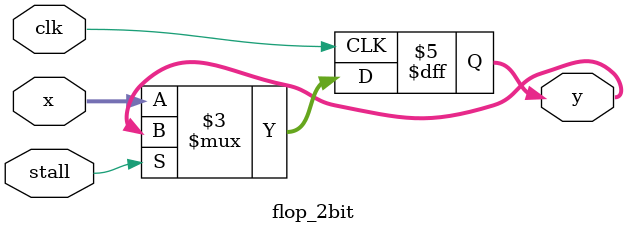
<source format=v>
module flop_2bit(stall, x, y,clk);
input stall,clk;
input [1:0] x;
output reg [1:0]y;

always @(posedge clk)begin
if(stall)
y<=y;
else
y<=x;

end
endmodule

</source>
